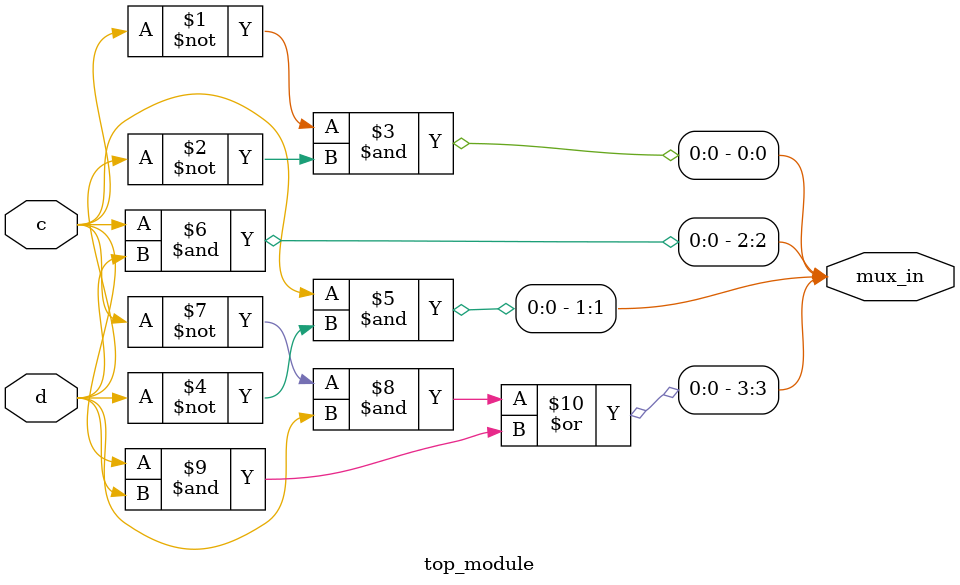
<source format=sv>
module top_module (
	input c,
	input d,
	output [3:0] mux_in
);

	assign mux_in[0] = (~c & ~d);
	assign mux_in[1] = (c & ~d);
	assign mux_in[2] = (c & d);
	assign mux_in[3] = (~c & d) | (c & d);

endmodule

</source>
